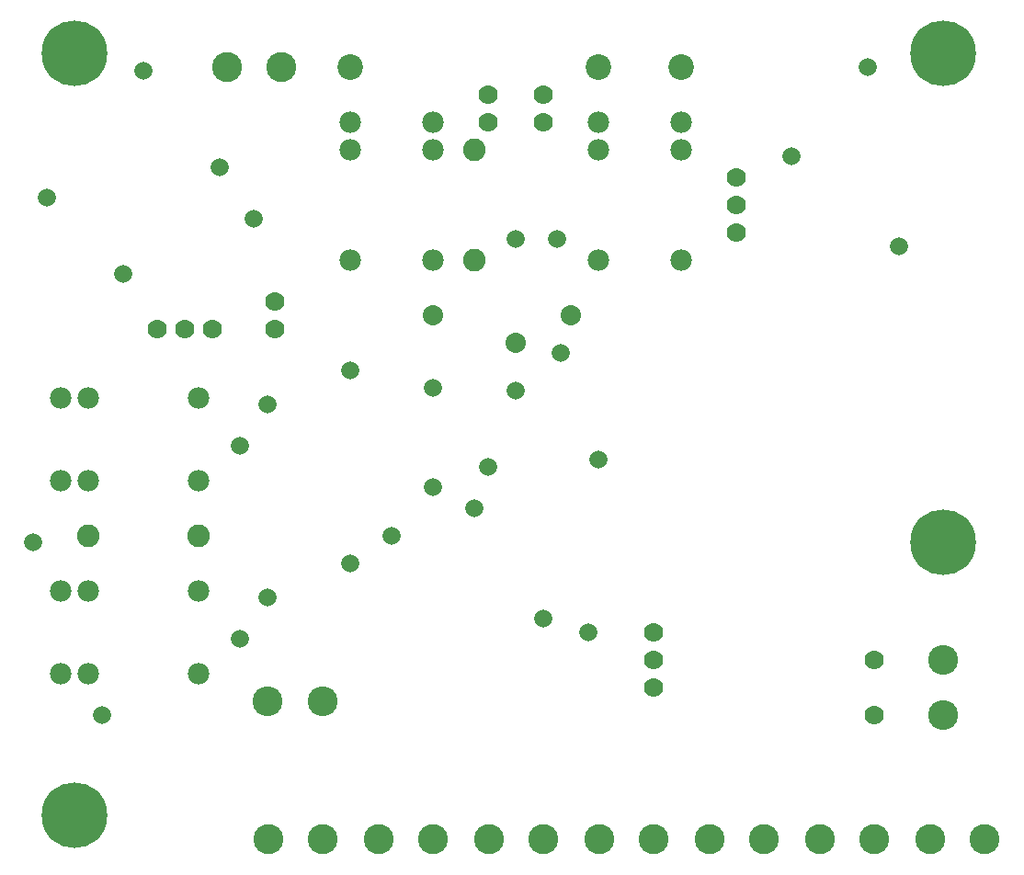
<source format=gbr>
G75*
%MOIN*%
%OFA0B0*%
%FSLAX25Y25*%
%IPPOS*%
%LPD*%
%AMOC8*
5,1,8,0,0,1.08239X$1,22.5*
%
%ADD10C,0.09300*%
%ADD11C,0.10800*%
%ADD12C,0.07000*%
%ADD13C,0.08200*%
%ADD14C,0.07800*%
%ADD15C,0.07343*%
%ADD16C,0.10879*%
%ADD17C,0.23800*%
%ADD18C,0.06556*%
D10*
X0132200Y0333933D03*
X0222200Y0333933D03*
X0252200Y0333933D03*
D11*
X0347200Y0118933D03*
X0347200Y0098933D03*
X0122200Y0103933D03*
X0102200Y0103933D03*
D12*
X0242200Y0108933D03*
X0242200Y0118933D03*
X0242200Y0128933D03*
X0322200Y0118933D03*
X0322200Y0098933D03*
X0272200Y0273933D03*
X0272200Y0283933D03*
X0272200Y0293933D03*
X0202200Y0313933D03*
X0202200Y0323933D03*
X0182200Y0323933D03*
X0182200Y0313933D03*
X0104700Y0248933D03*
X0104700Y0238933D03*
X0082200Y0238933D03*
X0072200Y0238933D03*
X0062200Y0238933D03*
D13*
X0077200Y0163933D03*
X0037200Y0163933D03*
X0177200Y0263933D03*
X0177200Y0303933D03*
D14*
X0162200Y0303933D03*
X0162200Y0313933D03*
X0132200Y0313933D03*
X0132200Y0303933D03*
X0132200Y0263933D03*
X0162200Y0263933D03*
X0222200Y0263933D03*
X0252200Y0263933D03*
X0252200Y0303933D03*
X0252200Y0313933D03*
X0222200Y0313933D03*
X0222200Y0303933D03*
X0077200Y0213933D03*
X0077200Y0183933D03*
X0037200Y0183933D03*
X0027200Y0183933D03*
X0027200Y0213933D03*
X0037200Y0213933D03*
X0037200Y0143933D03*
X0027200Y0143933D03*
X0027200Y0113933D03*
X0037200Y0113933D03*
X0077200Y0113933D03*
X0077200Y0143933D03*
D15*
X0162200Y0243933D03*
X0192200Y0233933D03*
X0212200Y0243933D03*
D16*
X0107043Y0333933D03*
X0087357Y0333933D03*
X0102357Y0053933D03*
X0122043Y0053933D03*
X0142357Y0053933D03*
X0162043Y0053933D03*
X0182357Y0053933D03*
X0202043Y0053933D03*
X0222357Y0053933D03*
X0242043Y0053933D03*
X0262357Y0053933D03*
X0282043Y0053933D03*
X0302357Y0053933D03*
X0322043Y0053933D03*
X0342357Y0053933D03*
X0362043Y0053933D03*
D17*
X0032200Y0062683D03*
X0032200Y0338933D03*
X0347200Y0338933D03*
X0347200Y0161433D03*
D18*
X0330950Y0268933D03*
X0292200Y0301433D03*
X0319700Y0333933D03*
X0207200Y0271433D03*
X0192200Y0271433D03*
X0208450Y0230183D03*
X0192200Y0216433D03*
X0182200Y0188933D03*
X0177200Y0173933D03*
X0162200Y0181433D03*
X0147200Y0163933D03*
X0132200Y0153933D03*
X0102200Y0141433D03*
X0092200Y0126433D03*
X0042200Y0098933D03*
X0017200Y0161433D03*
X0092200Y0196433D03*
X0102200Y0211433D03*
X0132200Y0223933D03*
X0162200Y0217683D03*
X0222200Y0191433D03*
X0202200Y0133933D03*
X0218450Y0128933D03*
X0097200Y0278933D03*
X0084700Y0297683D03*
X0057200Y0332683D03*
X0022200Y0286433D03*
X0049700Y0258933D03*
M02*

</source>
